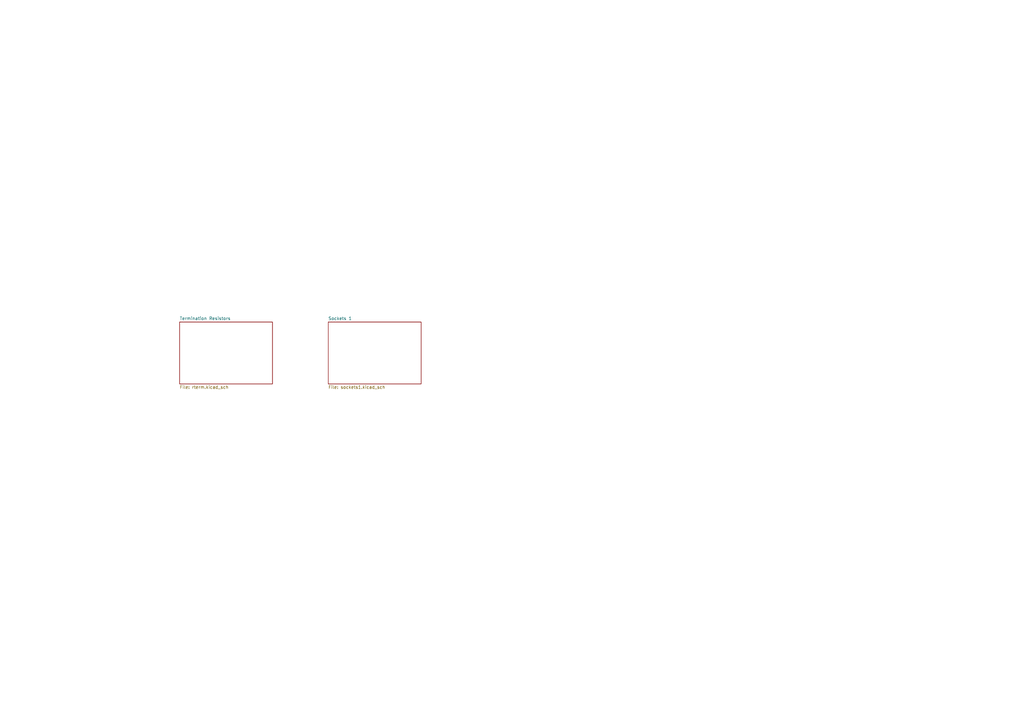
<source format=kicad_sch>
(kicad_sch (version 20211123) (generator eeschema)
  (paper "A3")
  (title_block (title "MINI VME BACKPLANE") (date "2023-04-10") (rev "1") (company "TOM STOREY") (comment 1 "NON-COMMERCIAL USE"))
  (lib_symbols)
  (sheet (at 73.66 132.08) (size 38.1 25.4) (stroke (width 0.1524))
    (property "Sheet name" "Termination Resistors" (at 73.66 131.3684 0) (effects (justify left bottom)))
    (property "Sheet file" "rterm.kicad_sch" (at 73.66 158.0646 0) (effects (justify left top)))
  )
  (sheet (at 134.62 132.08) (size 38.1 25.4) (stroke (width 0.1524))
    (property "Sheet name" "Sockets 1" (at 134.62 131.3684 0) (effects (justify left bottom)))
    (property "Sheet file" "sockets1.kicad_sch" (at 134.62 158.0646 0) (effects (justify left top)))
  )
)
</source>
